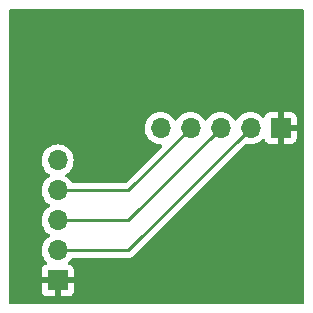
<source format=gbr>
%TF.GenerationSoftware,KiCad,Pcbnew,7.0.1*%
%TF.CreationDate,2023-08-30T09:30:18-04:00*%
%TF.ProjectId,TacTile-L2C,54616354-696c-4652-9d4c-32432e6b6963,rev?*%
%TF.SameCoordinates,Original*%
%TF.FileFunction,Copper,L1,Top*%
%TF.FilePolarity,Positive*%
%FSLAX46Y46*%
G04 Gerber Fmt 4.6, Leading zero omitted, Abs format (unit mm)*
G04 Created by KiCad (PCBNEW 7.0.1) date 2023-08-30 09:30:18*
%MOMM*%
%LPD*%
G01*
G04 APERTURE LIST*
%TA.AperFunction,ComponentPad*%
%ADD10R,1.700000X1.700000*%
%TD*%
%TA.AperFunction,ComponentPad*%
%ADD11O,1.700000X1.700000*%
%TD*%
%TA.AperFunction,Conductor*%
%ADD12C,0.250000*%
%TD*%
G04 APERTURE END LIST*
D10*
%TO.P,J1,1,Pin_1*%
%TO.N,/OUT*%
X48000000Y-35100000D03*
D11*
%TO.P,J1,2,Pin_2*%
%TO.N,/SER*%
X45460000Y-35100000D03*
%TO.P,J1,3,Pin_3*%
%TO.N,/CLK*%
X42920000Y-35100000D03*
%TO.P,J1,4,Pin_4*%
%TO.N,/GND*%
X40380000Y-35100000D03*
%TO.P,J1,5,Pin_5*%
%TO.N,/VCC*%
X37840000Y-35100000D03*
%TD*%
D10*
%TO.P,J2,1,Pin_1*%
%TO.N,/OUT*%
X29125000Y-48000000D03*
D11*
%TO.P,J2,2,Pin_2*%
%TO.N,/SER*%
X29125000Y-45460000D03*
%TO.P,J2,3,Pin_3*%
%TO.N,/CLK*%
X29125000Y-42920000D03*
%TO.P,J2,4,Pin_4*%
%TO.N,/GND*%
X29125000Y-40380000D03*
%TO.P,J2,5,Pin_5*%
%TO.N,/VCC*%
X29125000Y-37840000D03*
%TD*%
D12*
%TO.N,/GND*%
X40380000Y-35100000D02*
X35100000Y-40380000D01*
X35100000Y-40380000D02*
X29125000Y-40380000D01*
%TO.N,/CLK*%
X42920000Y-35100000D02*
X35100000Y-42920000D01*
X35100000Y-42920000D02*
X29125000Y-42920000D01*
%TO.N,/SER*%
X45460000Y-35100000D02*
X35100000Y-45460000D01*
X35100000Y-45460000D02*
X29125000Y-45460000D01*
%TD*%
%TA.AperFunction,Conductor*%
%TO.N,/OUT*%
G36*
X49937500Y-25017113D02*
G01*
X49982887Y-25062500D01*
X49999500Y-25124500D01*
X49999500Y-49875500D01*
X49982887Y-49937500D01*
X49937500Y-49982887D01*
X49875500Y-49999500D01*
X25124500Y-49999500D01*
X25062500Y-49982887D01*
X25017113Y-49937500D01*
X25000500Y-49875500D01*
X25000500Y-48250000D01*
X27775000Y-48250000D01*
X27775000Y-48897824D01*
X27781402Y-48957375D01*
X27831647Y-49092089D01*
X27917811Y-49207188D01*
X28032910Y-49293352D01*
X28167624Y-49343597D01*
X28227176Y-49350000D01*
X28875000Y-49350000D01*
X28875000Y-48250000D01*
X29375000Y-48250000D01*
X29375000Y-49350000D01*
X30022824Y-49350000D01*
X30082375Y-49343597D01*
X30217089Y-49293352D01*
X30332188Y-49207188D01*
X30418352Y-49092089D01*
X30468597Y-48957375D01*
X30475000Y-48897824D01*
X30475000Y-48250000D01*
X29375000Y-48250000D01*
X28875000Y-48250000D01*
X27775000Y-48250000D01*
X25000500Y-48250000D01*
X25000500Y-45459999D01*
X27769340Y-45459999D01*
X27789936Y-45695407D01*
X27834709Y-45862501D01*
X27851097Y-45923663D01*
X27950965Y-46137830D01*
X28086505Y-46331401D01*
X28086508Y-46331404D01*
X28208818Y-46453714D01*
X28240114Y-46506460D01*
X28242303Y-46567753D01*
X28214850Y-46622597D01*
X28164472Y-46657576D01*
X28032913Y-46706646D01*
X27917811Y-46792811D01*
X27831647Y-46907910D01*
X27781402Y-47042624D01*
X27775000Y-47102176D01*
X27775000Y-47750000D01*
X30475000Y-47750000D01*
X30475000Y-47102176D01*
X30468597Y-47042624D01*
X30418352Y-46907910D01*
X30332188Y-46792811D01*
X30217088Y-46706647D01*
X30085528Y-46657577D01*
X30035149Y-46622597D01*
X30007696Y-46567752D01*
X30009885Y-46506460D01*
X30041178Y-46453717D01*
X30163495Y-46331401D01*
X30298653Y-46138374D01*
X30342970Y-46099511D01*
X30400227Y-46085500D01*
X35017256Y-46085500D01*
X35037762Y-46087764D01*
X35040665Y-46087672D01*
X35040667Y-46087673D01*
X35107872Y-46085561D01*
X35111768Y-46085500D01*
X35139349Y-46085500D01*
X35139350Y-46085500D01*
X35143319Y-46084998D01*
X35154965Y-46084080D01*
X35198627Y-46082709D01*
X35217859Y-46077120D01*
X35236918Y-46073174D01*
X35243196Y-46072381D01*
X35256792Y-46070664D01*
X35297407Y-46054582D01*
X35308444Y-46050803D01*
X35350390Y-46038618D01*
X35367629Y-46028422D01*
X35385102Y-46019862D01*
X35403732Y-46012486D01*
X35439064Y-45986814D01*
X35448830Y-45980400D01*
X35486418Y-45958171D01*
X35486417Y-45958171D01*
X35486420Y-45958170D01*
X35500585Y-45944004D01*
X35515373Y-45931373D01*
X35531587Y-45919594D01*
X35559438Y-45885926D01*
X35567279Y-45877309D01*
X45004353Y-36440235D01*
X45059939Y-36408143D01*
X45124126Y-36408143D01*
X45224592Y-36435063D01*
X45460000Y-36455659D01*
X45695408Y-36435063D01*
X45923663Y-36373903D01*
X46137830Y-36274035D01*
X46331401Y-36138495D01*
X46453717Y-36016178D01*
X46506460Y-35984885D01*
X46567752Y-35982696D01*
X46622597Y-36010149D01*
X46657577Y-36060528D01*
X46706647Y-36192088D01*
X46792811Y-36307188D01*
X46907910Y-36393352D01*
X47042624Y-36443597D01*
X47102176Y-36450000D01*
X47750000Y-36450000D01*
X47750000Y-35350000D01*
X48250000Y-35350000D01*
X48250000Y-36450000D01*
X48897824Y-36450000D01*
X48957375Y-36443597D01*
X49092089Y-36393352D01*
X49207188Y-36307188D01*
X49293352Y-36192089D01*
X49343597Y-36057375D01*
X49350000Y-35997824D01*
X49350000Y-35350000D01*
X48250000Y-35350000D01*
X47750000Y-35350000D01*
X47750000Y-33750000D01*
X48250000Y-33750000D01*
X48250000Y-34850000D01*
X49350000Y-34850000D01*
X49350000Y-34202176D01*
X49343597Y-34142624D01*
X49293352Y-34007910D01*
X49207188Y-33892811D01*
X49092089Y-33806647D01*
X48957375Y-33756402D01*
X48897824Y-33750000D01*
X48250000Y-33750000D01*
X47750000Y-33750000D01*
X47102176Y-33750000D01*
X47042624Y-33756402D01*
X46907910Y-33806647D01*
X46792811Y-33892811D01*
X46706646Y-34007913D01*
X46657576Y-34139472D01*
X46622597Y-34189850D01*
X46567753Y-34217303D01*
X46506460Y-34215114D01*
X46453714Y-34183818D01*
X46331404Y-34061508D01*
X46331401Y-34061505D01*
X46137830Y-33925965D01*
X45923663Y-33826097D01*
X45851074Y-33806647D01*
X45695407Y-33764936D01*
X45460000Y-33744340D01*
X45224592Y-33764936D01*
X44996336Y-33826097D01*
X44782170Y-33925965D01*
X44588598Y-34061505D01*
X44421505Y-34228598D01*
X44291575Y-34414159D01*
X44247257Y-34453025D01*
X44190000Y-34467036D01*
X44132743Y-34453025D01*
X44088425Y-34414159D01*
X43958494Y-34228598D01*
X43791404Y-34061508D01*
X43791401Y-34061505D01*
X43597830Y-33925965D01*
X43383663Y-33826097D01*
X43311074Y-33806647D01*
X43155407Y-33764936D01*
X42920000Y-33744340D01*
X42684592Y-33764936D01*
X42456336Y-33826097D01*
X42242170Y-33925965D01*
X42048598Y-34061505D01*
X41881505Y-34228598D01*
X41751575Y-34414159D01*
X41707257Y-34453025D01*
X41650000Y-34467036D01*
X41592743Y-34453025D01*
X41548425Y-34414159D01*
X41418494Y-34228598D01*
X41251404Y-34061508D01*
X41251401Y-34061505D01*
X41057830Y-33925965D01*
X40843663Y-33826097D01*
X40771074Y-33806647D01*
X40615407Y-33764936D01*
X40380000Y-33744340D01*
X40144592Y-33764936D01*
X39916336Y-33826097D01*
X39702170Y-33925965D01*
X39508598Y-34061505D01*
X39341505Y-34228598D01*
X39211575Y-34414159D01*
X39167257Y-34453025D01*
X39110000Y-34467036D01*
X39052743Y-34453025D01*
X39008425Y-34414159D01*
X38878494Y-34228598D01*
X38711404Y-34061508D01*
X38711401Y-34061505D01*
X38517830Y-33925965D01*
X38303663Y-33826097D01*
X38231074Y-33806647D01*
X38075407Y-33764936D01*
X37840000Y-33744340D01*
X37604592Y-33764936D01*
X37376336Y-33826097D01*
X37162170Y-33925965D01*
X36968598Y-34061505D01*
X36801505Y-34228598D01*
X36665965Y-34422170D01*
X36566097Y-34636336D01*
X36504936Y-34864592D01*
X36484340Y-35100000D01*
X36504936Y-35335407D01*
X36549709Y-35502502D01*
X36566097Y-35563663D01*
X36665965Y-35777830D01*
X36801505Y-35971401D01*
X36968599Y-36138495D01*
X37162170Y-36274035D01*
X37376337Y-36373903D01*
X37604592Y-36435063D01*
X37850728Y-36456598D01*
X37915407Y-36481750D01*
X37956442Y-36537716D01*
X37960981Y-36606965D01*
X37927601Y-36667807D01*
X34877228Y-39718181D01*
X34837000Y-39745061D01*
X34789547Y-39754500D01*
X30400226Y-39754500D01*
X30342969Y-39740489D01*
X30298651Y-39701623D01*
X30163494Y-39508598D01*
X29996401Y-39341505D01*
X29996400Y-39341504D01*
X29810839Y-39211573D01*
X29771975Y-39167257D01*
X29757964Y-39110000D01*
X29771975Y-39052743D01*
X29810839Y-39008426D01*
X29996401Y-38878495D01*
X30163495Y-38711401D01*
X30299035Y-38517830D01*
X30398903Y-38303663D01*
X30460063Y-38075408D01*
X30480659Y-37840000D01*
X30460063Y-37604592D01*
X30398903Y-37376337D01*
X30299035Y-37162171D01*
X30163495Y-36968599D01*
X29996401Y-36801505D01*
X29802830Y-36665965D01*
X29588663Y-36566097D01*
X29527502Y-36549709D01*
X29360407Y-36504936D01*
X29125000Y-36484340D01*
X28889592Y-36504936D01*
X28661336Y-36566097D01*
X28447170Y-36665965D01*
X28253598Y-36801505D01*
X28086505Y-36968598D01*
X27950965Y-37162170D01*
X27851097Y-37376336D01*
X27789936Y-37604592D01*
X27769340Y-37840000D01*
X27789936Y-38075407D01*
X27834709Y-38242501D01*
X27851097Y-38303663D01*
X27950965Y-38517830D01*
X28086505Y-38711401D01*
X28253599Y-38878495D01*
X28439160Y-39008426D01*
X28478024Y-39052743D01*
X28492035Y-39110000D01*
X28478024Y-39167257D01*
X28439159Y-39211575D01*
X28253595Y-39341508D01*
X28086505Y-39508598D01*
X27950965Y-39702170D01*
X27851097Y-39916336D01*
X27789936Y-40144592D01*
X27769340Y-40380000D01*
X27789936Y-40615407D01*
X27834709Y-40782501D01*
X27851097Y-40843663D01*
X27950965Y-41057830D01*
X28086505Y-41251401D01*
X28253599Y-41418495D01*
X28439160Y-41548426D01*
X28478024Y-41592743D01*
X28492035Y-41650000D01*
X28478024Y-41707257D01*
X28439159Y-41751575D01*
X28253595Y-41881508D01*
X28086505Y-42048598D01*
X27950965Y-42242170D01*
X27851097Y-42456336D01*
X27789936Y-42684592D01*
X27769340Y-42920000D01*
X27789936Y-43155407D01*
X27834709Y-43322501D01*
X27851097Y-43383663D01*
X27950965Y-43597830D01*
X28086505Y-43791401D01*
X28253599Y-43958495D01*
X28439160Y-44088426D01*
X28478024Y-44132743D01*
X28492035Y-44190000D01*
X28478024Y-44247257D01*
X28439159Y-44291575D01*
X28253595Y-44421508D01*
X28086505Y-44588598D01*
X27950965Y-44782170D01*
X27851097Y-44996336D01*
X27789936Y-45224592D01*
X27769340Y-45459999D01*
X25000500Y-45459999D01*
X25000500Y-25124500D01*
X25017113Y-25062500D01*
X25062500Y-25017113D01*
X25124500Y-25000500D01*
X49875500Y-25000500D01*
X49937500Y-25017113D01*
G37*
%TD.AperFunction*%
%TD*%
M02*

</source>
